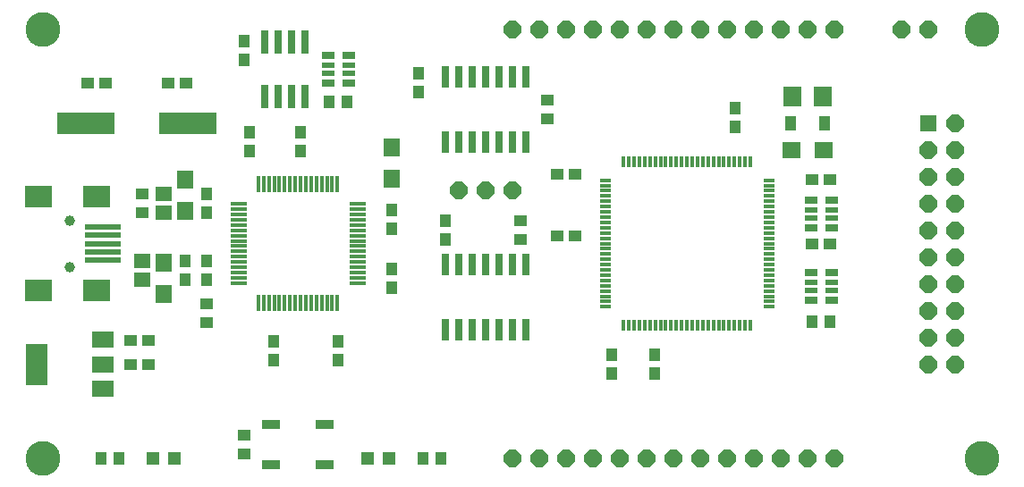
<source format=gts>
G75*
G70*
%OFA0B0*%
%FSLAX24Y24*%
%IPPOS*%
%LPD*%
%AMOC8*
5,1,8,0,0,1.08239X$1,22.5*
%
%ADD10C,0.1300*%
%ADD11R,0.0434X0.0473*%
%ADD12R,0.0591X0.0670*%
%ADD13R,0.0473X0.0434*%
%ADD14R,0.0631X0.0552*%
%ADD15R,0.0276X0.0906*%
%ADD16R,0.0512X0.0512*%
%ADD17R,0.0670X0.0591*%
%ADD18R,0.0640X0.0640*%
%ADD19OC8,0.0640*%
%ADD20R,0.1024X0.0827*%
%ADD21R,0.1339X0.0237*%
%ADD22C,0.0394*%
%ADD23R,0.0146X0.0611*%
%ADD24R,0.0611X0.0146*%
%ADD25R,0.0690X0.0340*%
%ADD26R,0.0158X0.0434*%
%ADD27R,0.0434X0.0158*%
%ADD28R,0.0300X0.0840*%
%ADD29R,0.0493X0.0213*%
%ADD30R,0.0493X0.0288*%
%ADD31R,0.0398X0.0520*%
%ADD32R,0.0670X0.0750*%
%ADD33R,0.0827X0.0631*%
%ADD34R,0.0827X0.1536*%
%ADD35R,0.2140X0.0800*%
D10*
X001454Y001202D03*
X001454Y017202D03*
X036454Y017202D03*
X036454Y001202D03*
D11*
X030788Y006302D03*
X030119Y006302D03*
X024254Y005036D03*
X024254Y004367D03*
X022654Y004367D03*
X022654Y005036D03*
X016288Y001202D03*
X015619Y001202D03*
X012454Y004867D03*
X012454Y005536D03*
X010054Y005536D03*
X010054Y004867D03*
X014454Y007567D03*
X014454Y008236D03*
X016454Y009367D03*
X016454Y010036D03*
X014454Y009767D03*
X014454Y010436D03*
X011054Y012667D03*
X011054Y013336D03*
X009154Y013336D03*
X009154Y012667D03*
X007554Y011036D03*
X007554Y010367D03*
X007554Y008536D03*
X006754Y008536D03*
X006754Y007867D03*
X007554Y007867D03*
X004288Y001202D03*
X003619Y001202D03*
X027254Y013567D03*
X027254Y014236D03*
X015454Y014867D03*
X015454Y015536D03*
X012788Y014502D03*
X012119Y014502D03*
X008954Y016067D03*
X008954Y016736D03*
D12*
X014454Y012792D03*
X014454Y011611D03*
X006754Y011592D03*
X006754Y010411D03*
X005954Y008492D03*
X005954Y007311D03*
D13*
X007554Y006936D03*
X007554Y006267D03*
X005388Y005602D03*
X004719Y005602D03*
X004719Y004702D03*
X005388Y004702D03*
X008954Y002036D03*
X008954Y001367D03*
X019254Y009367D03*
X020619Y009502D03*
X021288Y009502D03*
X019254Y010036D03*
X020619Y011802D03*
X021288Y011802D03*
X020254Y013867D03*
X020254Y014536D03*
X030119Y011602D03*
X030788Y011602D03*
X030788Y009202D03*
X030119Y009202D03*
X006788Y015202D03*
X006119Y015202D03*
X003788Y015202D03*
X003119Y015202D03*
X005154Y011036D03*
X005154Y010367D03*
D14*
X005954Y010367D03*
X005954Y011036D03*
X005154Y008536D03*
X005154Y007867D03*
D15*
X009704Y014678D03*
X010204Y014678D03*
X010704Y014678D03*
X011204Y014678D03*
X011204Y016725D03*
X010704Y016725D03*
X010204Y016725D03*
X009704Y016725D03*
D16*
X006367Y001202D03*
X005540Y001202D03*
X013540Y001202D03*
X014367Y001202D03*
D17*
X029363Y012702D03*
X030544Y012702D03*
D18*
X034454Y013702D03*
D19*
X035454Y013702D03*
X035454Y012702D03*
X034454Y012702D03*
X034454Y011702D03*
X035454Y011702D03*
X035454Y010702D03*
X034454Y010702D03*
X034454Y009702D03*
X035454Y009702D03*
X035454Y008702D03*
X034454Y008702D03*
X034454Y007702D03*
X035454Y007702D03*
X035454Y006702D03*
X034454Y006702D03*
X034454Y005702D03*
X035454Y005702D03*
X035454Y004702D03*
X034454Y004702D03*
X030954Y001202D03*
X029954Y001202D03*
X028954Y001202D03*
X027954Y001202D03*
X026954Y001202D03*
X025954Y001202D03*
X024954Y001202D03*
X023954Y001202D03*
X022954Y001202D03*
X021954Y001202D03*
X020954Y001202D03*
X019954Y001202D03*
X018954Y001202D03*
X018954Y011202D03*
X017954Y011202D03*
X016954Y011202D03*
X018954Y017202D03*
X019954Y017202D03*
X020954Y017202D03*
X021954Y017202D03*
X022954Y017202D03*
X023954Y017202D03*
X024954Y017202D03*
X025954Y017202D03*
X026954Y017202D03*
X027954Y017202D03*
X028954Y017202D03*
X029954Y017202D03*
X030954Y017202D03*
X033454Y017202D03*
X034454Y017202D03*
D20*
X003438Y010954D03*
X001272Y010954D03*
X001272Y007450D03*
X003438Y007450D03*
D21*
X003674Y008572D03*
X003674Y008887D03*
X003674Y009202D03*
X003674Y009517D03*
X003674Y009831D03*
D22*
X002454Y010068D03*
X002454Y008335D03*
D23*
X009477Y006987D03*
X009674Y006987D03*
X009871Y006987D03*
X010068Y006987D03*
X010265Y006987D03*
X010461Y006987D03*
X010658Y006987D03*
X010855Y006987D03*
X011052Y006987D03*
X011249Y006987D03*
X011446Y006987D03*
X011643Y006987D03*
X011839Y006987D03*
X012036Y006987D03*
X012233Y006987D03*
X012430Y006987D03*
X012430Y011416D03*
X012233Y011416D03*
X012036Y011416D03*
X011839Y011416D03*
X011643Y011416D03*
X011446Y011416D03*
X011249Y011416D03*
X011052Y011416D03*
X010855Y011416D03*
X010658Y011416D03*
X010461Y011416D03*
X010265Y011416D03*
X010068Y011416D03*
X009871Y011416D03*
X009674Y011416D03*
X009477Y011416D03*
D24*
X008739Y010678D03*
X008739Y010481D03*
X008739Y010284D03*
X008739Y010087D03*
X008739Y009891D03*
X008739Y009694D03*
X008739Y009497D03*
X008739Y009300D03*
X008739Y009103D03*
X008739Y008906D03*
X008739Y008709D03*
X008739Y008513D03*
X008739Y008316D03*
X008739Y008119D03*
X008739Y007922D03*
X008739Y007725D03*
X013168Y007725D03*
X013168Y007922D03*
X013168Y008119D03*
X013168Y008316D03*
X013168Y008513D03*
X013168Y008709D03*
X013168Y008906D03*
X013168Y009103D03*
X013168Y009300D03*
X013168Y009497D03*
X013168Y009694D03*
X013168Y009891D03*
X013168Y010087D03*
X013168Y010284D03*
X013168Y010481D03*
X013168Y010678D03*
D25*
X011954Y002452D03*
X009954Y002452D03*
X009954Y000952D03*
X011954Y000952D03*
D26*
X023091Y006150D03*
X023288Y006150D03*
X023485Y006150D03*
X023682Y006150D03*
X023879Y006150D03*
X024076Y006150D03*
X024272Y006150D03*
X024469Y006150D03*
X024666Y006150D03*
X024863Y006150D03*
X025060Y006150D03*
X025257Y006150D03*
X025454Y006150D03*
X025650Y006150D03*
X025847Y006150D03*
X026044Y006150D03*
X026241Y006150D03*
X026438Y006150D03*
X026635Y006150D03*
X026831Y006150D03*
X027028Y006150D03*
X027225Y006150D03*
X027422Y006150D03*
X027619Y006150D03*
X027816Y006150D03*
X027816Y012253D03*
X027619Y012253D03*
X027422Y012253D03*
X027225Y012253D03*
X027028Y012253D03*
X026831Y012253D03*
X026635Y012253D03*
X026438Y012253D03*
X026241Y012253D03*
X026044Y012253D03*
X025847Y012253D03*
X025650Y012253D03*
X025454Y012253D03*
X025257Y012253D03*
X025060Y012253D03*
X024863Y012253D03*
X024666Y012253D03*
X024469Y012253D03*
X024272Y012253D03*
X024076Y012253D03*
X023879Y012253D03*
X023682Y012253D03*
X023485Y012253D03*
X023288Y012253D03*
X023091Y012253D03*
D27*
X022402Y011564D03*
X022402Y011367D03*
X022402Y011170D03*
X022402Y010973D03*
X022402Y010776D03*
X022402Y010580D03*
X022402Y010383D03*
X022402Y010186D03*
X022402Y009989D03*
X022402Y009792D03*
X022402Y009595D03*
X022402Y009398D03*
X022402Y009202D03*
X022402Y009005D03*
X022402Y008808D03*
X022402Y008611D03*
X022402Y008414D03*
X022402Y008217D03*
X022402Y008020D03*
X022402Y007824D03*
X022402Y007627D03*
X022402Y007430D03*
X022402Y007233D03*
X022402Y007036D03*
X022402Y006839D03*
X028505Y006839D03*
X028505Y007036D03*
X028505Y007233D03*
X028505Y007430D03*
X028505Y007627D03*
X028505Y007824D03*
X028505Y008020D03*
X028505Y008217D03*
X028505Y008414D03*
X028505Y008611D03*
X028505Y008808D03*
X028505Y009005D03*
X028505Y009202D03*
X028505Y009398D03*
X028505Y009595D03*
X028505Y009792D03*
X028505Y009989D03*
X028505Y010186D03*
X028505Y010383D03*
X028505Y010580D03*
X028505Y010776D03*
X028505Y010973D03*
X028505Y011170D03*
X028505Y011367D03*
X028505Y011564D03*
D28*
X019454Y012992D03*
X018954Y012992D03*
X018454Y012992D03*
X017954Y012992D03*
X017454Y012992D03*
X016954Y012992D03*
X016454Y012992D03*
X016454Y015412D03*
X016954Y015412D03*
X017454Y015412D03*
X017954Y015412D03*
X018454Y015412D03*
X018954Y015412D03*
X019454Y015412D03*
X019454Y008412D03*
X018954Y008412D03*
X018454Y008412D03*
X017954Y008412D03*
X017454Y008412D03*
X016954Y008412D03*
X016454Y008412D03*
X016454Y005992D03*
X016954Y005992D03*
X017454Y005992D03*
X017954Y005992D03*
X018454Y005992D03*
X018954Y005992D03*
X019454Y005992D03*
D29*
X030070Y007444D03*
X030070Y007759D03*
X030837Y007759D03*
X030837Y007444D03*
X030837Y010144D03*
X030837Y010459D03*
X030070Y010459D03*
X030070Y010144D03*
X012837Y015544D03*
X012837Y015859D03*
X012070Y015859D03*
X012070Y015544D03*
D30*
X012070Y015192D03*
X012837Y015192D03*
X012837Y016211D03*
X012070Y016211D03*
X030070Y010811D03*
X030837Y010811D03*
X030837Y009792D03*
X030070Y009792D03*
X030070Y008111D03*
X030837Y008111D03*
X030837Y007092D03*
X030070Y007092D03*
D31*
X030597Y013702D03*
X029310Y013702D03*
D32*
X029394Y014702D03*
X030513Y014702D03*
D33*
X003694Y005607D03*
X003694Y004702D03*
X003694Y003796D03*
D34*
X001213Y004702D03*
D35*
X003054Y013702D03*
X006854Y013702D03*
M02*

</source>
